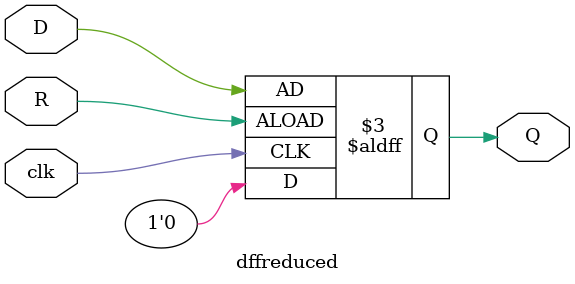
<source format=v>
`timescale 1ns/1ps

module dffreduced( D, clk, R, Q);
input D, clk, R;
output Q;
reg Q;
always @(posedge clk or negedge R)
  if (R == 1'b1)
    Q = 1'b0;
  else
    Q = D;
endmodule

</source>
